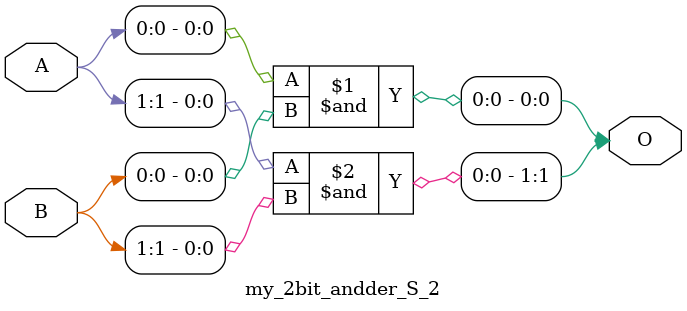
<source format=v>
 module my_2bit_andder_S_2(A,B,O);
	input [0:1] A;
	input [0:1] B;
	output [0:1] O;
	and G1(O[0],A[0],B[0]);
	and G2(O[1],A[1],B[1]);
endmodule	

</source>
